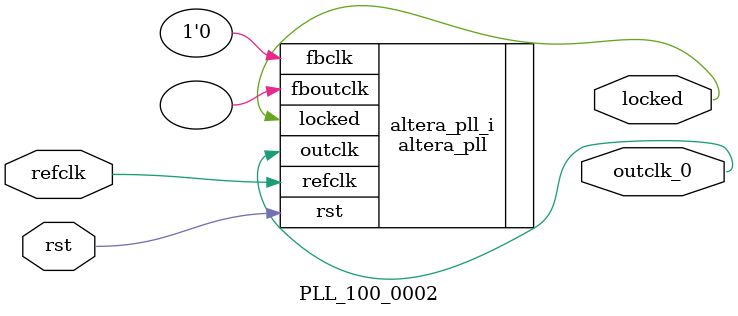
<source format=v>
`timescale 1ns/10ps
module  PLL_100_0002(

	// interface 'refclk'
	input wire refclk,

	// interface 'reset'
	input wire rst,

	// interface 'outclk0'
	output wire outclk_0,

	// interface 'locked'
	output wire locked
);

	altera_pll #(
		.fractional_vco_multiplier("false"),
		.reference_clock_frequency("50.0 MHz"),
		.operation_mode("direct"),
		.number_of_clocks(1),
		.output_clock_frequency0("100.000000 MHz"),
		.phase_shift0("0 ps"),
		.duty_cycle0(50),
		.output_clock_frequency1("0 MHz"),
		.phase_shift1("0 ps"),
		.duty_cycle1(50),
		.output_clock_frequency2("0 MHz"),
		.phase_shift2("0 ps"),
		.duty_cycle2(50),
		.output_clock_frequency3("0 MHz"),
		.phase_shift3("0 ps"),
		.duty_cycle3(50),
		.output_clock_frequency4("0 MHz"),
		.phase_shift4("0 ps"),
		.duty_cycle4(50),
		.output_clock_frequency5("0 MHz"),
		.phase_shift5("0 ps"),
		.duty_cycle5(50),
		.output_clock_frequency6("0 MHz"),
		.phase_shift6("0 ps"),
		.duty_cycle6(50),
		.output_clock_frequency7("0 MHz"),
		.phase_shift7("0 ps"),
		.duty_cycle7(50),
		.output_clock_frequency8("0 MHz"),
		.phase_shift8("0 ps"),
		.duty_cycle8(50),
		.output_clock_frequency9("0 MHz"),
		.phase_shift9("0 ps"),
		.duty_cycle9(50),
		.output_clock_frequency10("0 MHz"),
		.phase_shift10("0 ps"),
		.duty_cycle10(50),
		.output_clock_frequency11("0 MHz"),
		.phase_shift11("0 ps"),
		.duty_cycle11(50),
		.output_clock_frequency12("0 MHz"),
		.phase_shift12("0 ps"),
		.duty_cycle12(50),
		.output_clock_frequency13("0 MHz"),
		.phase_shift13("0 ps"),
		.duty_cycle13(50),
		.output_clock_frequency14("0 MHz"),
		.phase_shift14("0 ps"),
		.duty_cycle14(50),
		.output_clock_frequency15("0 MHz"),
		.phase_shift15("0 ps"),
		.duty_cycle15(50),
		.output_clock_frequency16("0 MHz"),
		.phase_shift16("0 ps"),
		.duty_cycle16(50),
		.output_clock_frequency17("0 MHz"),
		.phase_shift17("0 ps"),
		.duty_cycle17(50),
		.pll_type("General"),
		.pll_subtype("General")
	) altera_pll_i (
		.rst	(rst),
		.outclk	({outclk_0}),
		.locked	(locked),
		.fboutclk	( ),
		.fbclk	(1'b0),
		.refclk	(refclk)
	);
endmodule


</source>
